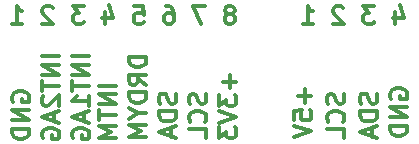
<source format=gbr>
G04 #@! TF.GenerationSoftware,KiCad,Pcbnew,(5.0.0)*
G04 #@! TF.CreationDate,2018-12-16T15:52:41-06:00*
G04 #@! TF.ProjectId,NavBoard_Hardware,4E6176426F6172645F48617264776172,rev?*
G04 #@! TF.SameCoordinates,Original*
G04 #@! TF.FileFunction,Legend,Bot*
G04 #@! TF.FilePolarity,Positive*
%FSLAX46Y46*%
G04 Gerber Fmt 4.6, Leading zero omitted, Abs format (unit mm)*
G04 Created by KiCad (PCBNEW (5.0.0)) date 12/16/18 15:52:41*
%MOMM*%
%LPD*%
G01*
G04 APERTURE LIST*
%ADD10C,0.300000*%
G04 APERTURE END LIST*
D10*
X158349142Y-58571142D02*
X158349142Y-59714000D01*
X158920571Y-59142571D02*
X157777714Y-59142571D01*
X157420571Y-60285428D02*
X157420571Y-61213999D01*
X157992000Y-60713999D01*
X157992000Y-60928285D01*
X158063428Y-61071142D01*
X158134857Y-61142571D01*
X158277714Y-61214000D01*
X158634857Y-61214000D01*
X158777714Y-61142571D01*
X158849142Y-61071142D01*
X158920571Y-60928285D01*
X158920571Y-60499714D01*
X158849142Y-60356857D01*
X158777714Y-60285428D01*
X157420571Y-61642571D02*
X158920571Y-62142571D01*
X157420571Y-62642571D01*
X157420571Y-62999714D02*
X157420571Y-63928285D01*
X157991999Y-63428285D01*
X157991999Y-63642571D01*
X158063428Y-63785428D01*
X158134857Y-63856857D01*
X158277714Y-63928285D01*
X158634857Y-63928285D01*
X158777714Y-63856857D01*
X158849142Y-63785428D01*
X158920571Y-63642571D01*
X158920571Y-63214000D01*
X158849142Y-63071142D01*
X158777714Y-62999714D01*
X156309142Y-60190285D02*
X156380571Y-60404571D01*
X156380571Y-60761714D01*
X156309142Y-60904571D01*
X156237714Y-60975999D01*
X156094857Y-61047428D01*
X155952000Y-61047428D01*
X155809142Y-60975999D01*
X155737714Y-60904571D01*
X155666285Y-60761714D01*
X155594857Y-60475999D01*
X155523428Y-60333142D01*
X155452000Y-60261714D01*
X155309142Y-60190285D01*
X155166285Y-60190285D01*
X155023428Y-60261714D01*
X154952000Y-60333142D01*
X154880571Y-60475999D01*
X154880571Y-60833142D01*
X154952000Y-61047428D01*
X156237714Y-62547428D02*
X156309142Y-62475999D01*
X156380571Y-62261714D01*
X156380571Y-62118857D01*
X156309142Y-61904571D01*
X156166285Y-61761714D01*
X156023428Y-61690285D01*
X155737714Y-61618857D01*
X155523428Y-61618857D01*
X155237714Y-61690285D01*
X155094857Y-61761714D01*
X154952000Y-61904571D01*
X154880571Y-62118857D01*
X154880571Y-62261714D01*
X154951999Y-62475999D01*
X155023428Y-62547428D01*
X156380571Y-63904571D02*
X156380571Y-63190285D01*
X154880571Y-63190285D01*
X153769142Y-60154571D02*
X153840571Y-60368857D01*
X153840571Y-60726000D01*
X153769142Y-60868857D01*
X153697714Y-60940285D01*
X153554857Y-61011714D01*
X153412000Y-61011714D01*
X153269142Y-60940285D01*
X153197714Y-60868857D01*
X153126285Y-60726000D01*
X153054857Y-60440285D01*
X152983428Y-60297428D01*
X152912000Y-60226000D01*
X152769142Y-60154571D01*
X152626285Y-60154571D01*
X152483428Y-60226000D01*
X152412000Y-60297428D01*
X152340571Y-60440285D01*
X152340571Y-60797428D01*
X152412000Y-61011714D01*
X153840571Y-61654571D02*
X152340571Y-61654571D01*
X152340571Y-62011714D01*
X152411999Y-62226000D01*
X152554857Y-62368857D01*
X152697714Y-62440285D01*
X152983428Y-62511714D01*
X153197714Y-62511714D01*
X153483428Y-62440285D01*
X153626285Y-62368857D01*
X153769142Y-62226000D01*
X153840571Y-62011714D01*
X153840571Y-61654571D01*
X153411999Y-63083142D02*
X153411999Y-63797428D01*
X153840571Y-62940285D02*
X152340571Y-63440285D01*
X153840571Y-63940285D01*
X151300571Y-57059142D02*
X149800571Y-57059142D01*
X149800571Y-57416285D01*
X149872000Y-57630571D01*
X150014857Y-57773428D01*
X150157714Y-57844857D01*
X150443428Y-57916285D01*
X150657714Y-57916285D01*
X150943428Y-57844857D01*
X151086285Y-57773428D01*
X151229142Y-57630571D01*
X151300571Y-57416285D01*
X151300571Y-57059142D01*
X151300571Y-59416285D02*
X150586285Y-58916285D01*
X151300571Y-58559142D02*
X149800571Y-58559142D01*
X149800571Y-59130571D01*
X149872000Y-59273428D01*
X149943428Y-59344857D01*
X150086285Y-59416285D01*
X150300571Y-59416285D01*
X150443428Y-59344857D01*
X150514857Y-59273428D01*
X150586285Y-59130571D01*
X150586285Y-58559142D01*
X151300571Y-60059142D02*
X149800571Y-60059142D01*
X149800571Y-60416285D01*
X149871999Y-60630571D01*
X150014857Y-60773428D01*
X150157714Y-60844857D01*
X150443428Y-60916285D01*
X150657714Y-60916285D01*
X150943428Y-60844857D01*
X151086285Y-60773428D01*
X151229142Y-60630571D01*
X151300571Y-60416285D01*
X151300571Y-60059142D01*
X150586285Y-61844857D02*
X151300571Y-61844857D01*
X149800571Y-61344857D02*
X150586285Y-61844857D01*
X149800571Y-62344857D01*
X151300571Y-62844857D02*
X149800571Y-62844857D01*
X150871999Y-63344857D01*
X149800571Y-63844857D01*
X151300571Y-63844857D01*
X148760571Y-59507714D02*
X147260571Y-59507714D01*
X148760571Y-60221999D02*
X147260571Y-60221999D01*
X148760571Y-61079142D01*
X147260571Y-61079142D01*
X147260571Y-61579142D02*
X147260571Y-62436285D01*
X148760571Y-62007714D02*
X147260571Y-62007714D01*
X148760571Y-62936285D02*
X147260571Y-62936285D01*
X148331999Y-63436285D01*
X147260571Y-63936285D01*
X148760571Y-63936285D01*
X146474571Y-56987714D02*
X144974571Y-56987714D01*
X146474571Y-57701999D02*
X144974571Y-57701999D01*
X146474571Y-58559142D01*
X144974571Y-58559142D01*
X144974571Y-59059142D02*
X144974571Y-59916285D01*
X146474571Y-59487714D02*
X144974571Y-59487714D01*
X146474571Y-61201999D02*
X146474571Y-60344857D01*
X146474571Y-60773428D02*
X144974571Y-60773428D01*
X145188857Y-60630571D01*
X145331714Y-60487714D01*
X145403142Y-60344857D01*
X146045999Y-61773428D02*
X146045999Y-62487714D01*
X146474571Y-61630571D02*
X144974571Y-62130571D01*
X146474571Y-62630571D01*
X145045999Y-63916285D02*
X144974571Y-63773428D01*
X144974571Y-63559142D01*
X145045999Y-63344857D01*
X145188857Y-63201999D01*
X145331714Y-63130571D01*
X145617428Y-63059142D01*
X145831714Y-63059142D01*
X146117428Y-63130571D01*
X146260285Y-63201999D01*
X146403142Y-63344857D01*
X146474571Y-63559142D01*
X146474571Y-63701999D01*
X146403142Y-63916285D01*
X146331714Y-63987714D01*
X145831714Y-63987714D01*
X145831714Y-63701999D01*
X143934571Y-56987714D02*
X142434571Y-56987714D01*
X143934571Y-57701999D02*
X142434571Y-57701999D01*
X143934571Y-58559142D01*
X142434571Y-58559142D01*
X142434571Y-59059142D02*
X142434571Y-59916285D01*
X143934571Y-59487714D02*
X142434571Y-59487714D01*
X142577428Y-60344857D02*
X142506000Y-60416285D01*
X142434571Y-60559142D01*
X142434571Y-60916285D01*
X142505999Y-61059142D01*
X142577428Y-61130571D01*
X142720285Y-61201999D01*
X142863142Y-61201999D01*
X143077428Y-61130571D01*
X143934571Y-60273428D01*
X143934571Y-61201999D01*
X143505999Y-61773428D02*
X143505999Y-62487714D01*
X143934571Y-61630571D02*
X142434571Y-62130571D01*
X143934571Y-62630571D01*
X142505999Y-63916285D02*
X142434571Y-63773428D01*
X142434571Y-63559142D01*
X142505999Y-63344857D01*
X142648857Y-63201999D01*
X142791714Y-63130571D01*
X143077428Y-63059142D01*
X143291714Y-63059142D01*
X143577428Y-63130571D01*
X143720285Y-63201999D01*
X143863142Y-63344857D01*
X143934571Y-63559142D01*
X143934571Y-63701999D01*
X143863142Y-63916285D01*
X143791714Y-63987714D01*
X143291714Y-63987714D01*
X143291714Y-63701999D01*
X139966000Y-60833142D02*
X139894571Y-60690285D01*
X139894571Y-60476000D01*
X139966000Y-60261714D01*
X140108857Y-60118857D01*
X140251714Y-60047428D01*
X140537428Y-59976000D01*
X140751714Y-59976000D01*
X141037428Y-60047428D01*
X141180285Y-60118857D01*
X141323142Y-60261714D01*
X141394571Y-60476000D01*
X141394571Y-60618857D01*
X141323142Y-60833142D01*
X141251714Y-60904571D01*
X140751714Y-60904571D01*
X140751714Y-60618857D01*
X141394571Y-61547428D02*
X139894571Y-61547428D01*
X141394571Y-62404571D01*
X139894571Y-62404571D01*
X141394571Y-63118857D02*
X139894571Y-63118857D01*
X139894571Y-63476000D01*
X139965999Y-63690285D01*
X140108857Y-63833142D01*
X140251714Y-63904571D01*
X140537428Y-63976000D01*
X140751714Y-63976000D01*
X141037428Y-63904571D01*
X141180285Y-63833142D01*
X141323142Y-63690285D01*
X141394571Y-63476000D01*
X141394571Y-63118857D01*
X158494857Y-53415428D02*
X158637714Y-53344000D01*
X158709142Y-53272571D01*
X158780571Y-53129714D01*
X158780571Y-53058285D01*
X158709142Y-52915428D01*
X158637714Y-52844000D01*
X158494857Y-52772571D01*
X158209142Y-52772571D01*
X158066285Y-52844000D01*
X157994857Y-52915428D01*
X157923428Y-53058285D01*
X157923428Y-53129714D01*
X157994857Y-53272571D01*
X158066285Y-53344000D01*
X158209142Y-53415428D01*
X158494857Y-53415428D01*
X158637714Y-53486857D01*
X158709142Y-53558285D01*
X158780571Y-53701142D01*
X158780571Y-53986857D01*
X158709142Y-54129714D01*
X158637714Y-54201142D01*
X158494857Y-54272571D01*
X158209142Y-54272571D01*
X158066285Y-54201142D01*
X157994857Y-54129714D01*
X157923428Y-53986857D01*
X157923428Y-53701142D01*
X157994857Y-53558285D01*
X158066285Y-53486857D01*
X158209142Y-53415428D01*
X156280571Y-52772571D02*
X155280571Y-52772571D01*
X155923428Y-54272571D01*
X152923428Y-52772571D02*
X153209142Y-52772571D01*
X153352000Y-52844000D01*
X153423428Y-52915428D01*
X153566285Y-53129714D01*
X153637714Y-53415428D01*
X153637714Y-53986857D01*
X153566285Y-54129714D01*
X153494857Y-54201142D01*
X153352000Y-54272571D01*
X153066285Y-54272571D01*
X152923428Y-54201142D01*
X152852000Y-54129714D01*
X152780571Y-53986857D01*
X152780571Y-53629714D01*
X152852000Y-53486857D01*
X152923428Y-53415428D01*
X153066285Y-53344000D01*
X153352000Y-53344000D01*
X153494857Y-53415428D01*
X153566285Y-53486857D01*
X153637714Y-53629714D01*
X150280571Y-52772571D02*
X150994857Y-52772571D01*
X151066285Y-53486857D01*
X150994857Y-53415428D01*
X150852000Y-53344000D01*
X150494857Y-53344000D01*
X150352000Y-53415428D01*
X150280571Y-53486857D01*
X150209142Y-53629714D01*
X150209142Y-53986857D01*
X150280571Y-54129714D01*
X150352000Y-54201142D01*
X150494857Y-54272571D01*
X150852000Y-54272571D01*
X150994857Y-54201142D01*
X151066285Y-54129714D01*
X147780571Y-53272571D02*
X147780571Y-54272571D01*
X148137714Y-52701142D02*
X148494857Y-53772571D01*
X147566285Y-53772571D01*
X145994857Y-52772571D02*
X145066285Y-52772571D01*
X145566285Y-53344000D01*
X145352000Y-53344000D01*
X145209142Y-53415428D01*
X145137714Y-53486857D01*
X145066285Y-53629714D01*
X145066285Y-53986857D01*
X145137714Y-54129714D01*
X145209142Y-54201142D01*
X145352000Y-54272571D01*
X145780571Y-54272571D01*
X145923428Y-54201142D01*
X145994857Y-54129714D01*
X143352000Y-52915428D02*
X143280571Y-52844000D01*
X143137714Y-52772571D01*
X142780571Y-52772571D01*
X142637714Y-52844000D01*
X142566285Y-52915428D01*
X142494857Y-53058285D01*
X142494857Y-53201142D01*
X142566285Y-53415428D01*
X143423428Y-54272571D01*
X142494857Y-54272571D01*
X139923428Y-54272571D02*
X140780571Y-54272571D01*
X140352000Y-54272571D02*
X140352000Y-52772571D01*
X140494857Y-52986857D01*
X140637714Y-53129714D01*
X140780571Y-53201142D01*
X164699142Y-59793428D02*
X164699142Y-60936285D01*
X165270571Y-60364857D02*
X164127714Y-60364857D01*
X163770571Y-62364857D02*
X163770571Y-61650571D01*
X164484857Y-61579142D01*
X164413428Y-61650571D01*
X164342000Y-61793428D01*
X164341999Y-62150571D01*
X164413428Y-62293428D01*
X164484857Y-62364857D01*
X164627714Y-62436285D01*
X164984857Y-62436285D01*
X165127714Y-62364857D01*
X165199142Y-62293428D01*
X165270571Y-62150571D01*
X165270571Y-61793428D01*
X165199142Y-61650571D01*
X165127714Y-61579142D01*
X163770571Y-62864857D02*
X165270571Y-63364857D01*
X163770571Y-63864857D01*
X167993142Y-60190285D02*
X168064571Y-60404571D01*
X168064571Y-60761714D01*
X167993142Y-60904571D01*
X167921714Y-60975999D01*
X167778857Y-61047428D01*
X167636000Y-61047428D01*
X167493142Y-60975999D01*
X167421714Y-60904571D01*
X167350285Y-60761714D01*
X167278857Y-60475999D01*
X167207428Y-60333142D01*
X167136000Y-60261714D01*
X166993142Y-60190285D01*
X166850285Y-60190285D01*
X166707428Y-60261714D01*
X166636000Y-60333142D01*
X166564571Y-60475999D01*
X166564571Y-60833142D01*
X166636000Y-61047428D01*
X167921714Y-62547428D02*
X167993142Y-62475999D01*
X168064571Y-62261714D01*
X168064571Y-62118857D01*
X167993142Y-61904571D01*
X167850285Y-61761714D01*
X167707428Y-61690285D01*
X167421714Y-61618857D01*
X167207428Y-61618857D01*
X166921714Y-61690285D01*
X166778857Y-61761714D01*
X166636000Y-61904571D01*
X166564571Y-62118857D01*
X166564571Y-62261714D01*
X166635999Y-62475999D01*
X166707428Y-62547428D01*
X168064571Y-63904571D02*
X168064571Y-63190285D01*
X166564571Y-63190285D01*
X170787142Y-60154571D02*
X170858571Y-60368857D01*
X170858571Y-60726000D01*
X170787142Y-60868857D01*
X170715714Y-60940285D01*
X170572857Y-61011714D01*
X170430000Y-61011714D01*
X170287142Y-60940285D01*
X170215714Y-60868857D01*
X170144285Y-60726000D01*
X170072857Y-60440285D01*
X170001428Y-60297428D01*
X169930000Y-60226000D01*
X169787142Y-60154571D01*
X169644285Y-60154571D01*
X169501428Y-60226000D01*
X169430000Y-60297428D01*
X169358571Y-60440285D01*
X169358571Y-60797428D01*
X169430000Y-61011714D01*
X170858571Y-61654571D02*
X169358571Y-61654571D01*
X169358571Y-62011714D01*
X169429999Y-62226000D01*
X169572857Y-62368857D01*
X169715714Y-62440285D01*
X170001428Y-62511714D01*
X170215714Y-62511714D01*
X170501428Y-62440285D01*
X170644285Y-62368857D01*
X170787142Y-62226000D01*
X170858571Y-62011714D01*
X170858571Y-61654571D01*
X170429999Y-63083142D02*
X170429999Y-63797428D01*
X170858571Y-62940285D02*
X169358571Y-63440285D01*
X170858571Y-63940285D01*
X171970000Y-60579142D02*
X171898571Y-60436285D01*
X171898571Y-60222000D01*
X171970000Y-60007714D01*
X172112857Y-59864857D01*
X172255714Y-59793428D01*
X172541428Y-59722000D01*
X172755714Y-59722000D01*
X173041428Y-59793428D01*
X173184285Y-59864857D01*
X173327142Y-60007714D01*
X173398571Y-60222000D01*
X173398571Y-60364857D01*
X173327142Y-60579142D01*
X173255714Y-60650571D01*
X172755714Y-60650571D01*
X172755714Y-60364857D01*
X173398571Y-61293428D02*
X171898571Y-61293428D01*
X173398571Y-62150571D01*
X171898571Y-62150571D01*
X173398571Y-62864857D02*
X171898571Y-62864857D01*
X171898571Y-63222000D01*
X171969999Y-63436285D01*
X172112857Y-63579142D01*
X172255714Y-63650571D01*
X172541428Y-63722000D01*
X172755714Y-63722000D01*
X173041428Y-63650571D01*
X173184285Y-63579142D01*
X173327142Y-63436285D01*
X173398571Y-63222000D01*
X173398571Y-62864857D01*
X172379828Y-53272571D02*
X172379828Y-54272571D01*
X172736971Y-52701142D02*
X173094114Y-53772571D01*
X172165542Y-53772571D01*
X170594114Y-52772571D02*
X169665542Y-52772571D01*
X170165542Y-53344000D01*
X169951257Y-53344000D01*
X169808400Y-53415428D01*
X169736971Y-53486857D01*
X169665542Y-53629714D01*
X169665542Y-53986857D01*
X169736971Y-54129714D01*
X169808400Y-54201142D01*
X169951257Y-54272571D01*
X170379828Y-54272571D01*
X170522685Y-54201142D01*
X170594114Y-54129714D01*
X167951257Y-52915428D02*
X167879828Y-52844000D01*
X167736971Y-52772571D01*
X167379828Y-52772571D01*
X167236971Y-52844000D01*
X167165542Y-52915428D01*
X167094114Y-53058285D01*
X167094114Y-53201142D01*
X167165542Y-53415428D01*
X168022685Y-54272571D01*
X167094114Y-54272571D01*
X164522685Y-54272571D02*
X165379828Y-54272571D01*
X164951257Y-54272571D02*
X164951257Y-52772571D01*
X165094114Y-52986857D01*
X165236971Y-53129714D01*
X165379828Y-53201142D01*
M02*

</source>
